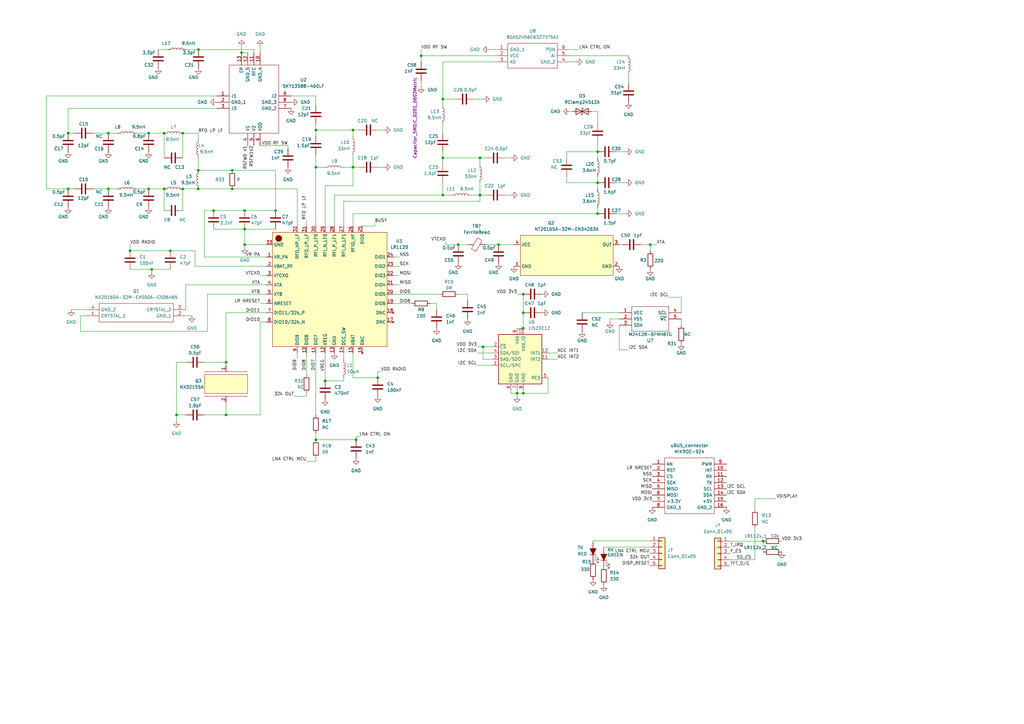
<source format=kicad_sch>
(kicad_sch (version 20211123) (generator eeschema)
  (paper "A3")
  (junction (at 214.63 128.27))
  (junction (at 74.93 54.61))
  (junction (at 100.33 100.33))
  (junction (at 212.09 161.29))
  (junction (at 154.94 154.94))
  (junction (at 245.11 87.63))
  (junction (at 100.33 93.98))
  (junction (at 44.45 77.47))
  (junction (at 181.61 40.64))
  (junction (at 196.85 80.01))
  (junction (at 245.11 74.93))
  (junction (at 198.12 142.24))
  (junction (at 27.94 54.61))
  (junction (at 53.34 102.87))
  (junction (at 81.4133 20.32))
  (junction (at 60.96 54.61))
  (junction (at 99.06 21.59))
  (junction (at 60.96 77.47))
  (junction (at 245.11 62.23))
  (junction (at 214.63 120.65))
  (junction (at 67.31 54.61))
  (junction (at 27.94 77.47))
  (junction (at 81.28 77.47))
  (junction (at 172.72 22.86))
  (junction (at 214.63 161.29))
  (junction (at 181.61 64.77))
  (junction (at 100.33 86.36))
  (junction (at 72.39 170.18))
  (junction (at 95.25 69.85))
  (junction (at 214.63 134.62))
  (junction (at 113.03 86.36))
  (junction (at 187.96 100.33))
  (junction (at 144.78 68.58))
  (junction (at 204.47 100.33))
  (junction (at 69.85 102.87))
  (junction (at 129.54 53.34))
  (junction (at 312.9788 221.9452))
  (junction (at 129.54 68.58))
  (junction (at 44.45 54.61))
  (junction (at 129.54 180.34))
  (junction (at 74.93 77.47))
  (junction (at 92.71 148.59))
  (junction (at 81.28 69.85))
  (junction (at 92.71 170.18))
  (junction (at 196.85 64.77))
  (junction (at 144.78 53.34))
  (junction (at 266.7 100.33))
  (junction (at 133.35 156.21))
  (junction (at 67.31 77.47))
  (junction (at 62.23 110.49))
  (junction (at 146.05 180.34))
  (junction (at 313.0253 221.9452))
  (junction (at 181.61 80.01))
  (junction (at 87.63 86.36))
  (junction (at 95.25 77.47))
  (wire (pts (xy 187.96 100.33) (xy 191.77 100.33)))
  (wire (pts (xy 313.0253 226.4156) (xy 313.0253 221.9452)))
  (wire (pts (xy 129.54 144.78) (xy 129.54 170.18)))
  (wire (pts (xy 254 130.81) (xy 250.19 130.81)))
  (wire (pts (xy 33.02 129.54) (xy 35.56 129.54)))
  (wire (pts (xy 92.71 170.18) (xy 92.71 165.1)))
  (wire (pts (xy 100.33 93.98) (xy 113.03 93.98)))
  (wire (pts (xy 172.72 33.02) (xy 172.72 35.56)))
  (wire (pts (xy 76.2 129.54) (xy 78.74 129.54)))
  (wire (pts (xy 106.68 113.03) (xy 109.22 113.03)))
  (wire (pts (xy 76.2 170.18) (xy 72.39 170.18)))
  (wire (pts (xy 76.2 148.59) (xy 72.39 148.59)))
  (wire (pts (xy 212.09 134.62) (xy 214.63 134.62)))
  (wire (pts (xy 60.96 54.61) (xy 67.31 54.61)))
  (wire (pts (xy 266.7 100.33) (xy 269.24 100.33)))
  (wire (pts (xy 129.54 53.34) (xy 129.54 55.88)))
  (wire (pts (xy 279.4 121.92) (xy 274.32 121.92)))
  (wire (pts (xy 232.41 62.23) (xy 245.11 62.23)))
  (wire (pts (xy 262.89 100.33) (xy 266.7 100.33)))
  (wire (pts (xy 53.34 100.33) (xy 53.34 102.87)))
  (wire (pts (xy 85.09 135.89) (xy 33.02 135.89)))
  (wire (pts (xy 266.7508 110.4392) (xy 266.7 110.49)))
  (wire (pts (xy 309.626 204.5716) (xy 318.3636 204.5716)))
  (wire (pts (xy 233.68 22.86) (xy 257.81 22.86)))
  (wire (pts (xy 212.09 120.65) (xy 214.63 120.65)))
  (wire (pts (xy 245.11 45.72) (xy 245.11 50.8)))
  (wire (pts (xy 313.0253 221.9452) (xy 313.0582 221.9452)))
  (wire (pts (xy 196.85 64.77) (xy 199.39 64.77)))
  (wire (pts (xy 214.63 160.02) (xy 214.63 161.29)))
  (wire (pts (xy 254 143.51) (xy 257.81 143.51)))
  (wire (pts (xy 81.4133 20.32) (xy 104.14 20.32)))
  (wire (pts (xy 72.39 148.59) (xy 72.39 170.18)))
  (wire (pts (xy 172.72 20.32) (xy 172.72 22.86)))
  (wire (pts (xy 224.79 144.78) (xy 228.6 144.78)))
  (wire (pts (xy 245.11 58.42) (xy 245.11 62.23)))
  (wire (pts (xy 252.73 87.63) (xy 256.54 87.63)))
  (wire (pts (xy 181.61 62.23) (xy 181.61 64.77)))
  (wire (pts (xy 309.626 208.8896) (xy 309.626 204.5716)))
  (wire (pts (xy 232.41 64.77) (xy 232.41 62.23)))
  (wire (pts (xy 140.97 92.71) (xy 140.97 82.55)))
  (wire (pts (xy 133.35 92.71) (xy 133.35 76.2)))
  (wire (pts (xy 172.72 22.86) (xy 203.2 22.86)))
  (wire (pts (xy 140.97 68.58) (xy 144.78 68.58)))
  (wire (pts (xy 99.06 19.05) (xy 99.06 21.59)))
  (wire (pts (xy 67.31 86.36) (xy 67.31 77.47)))
  (wire (pts (xy 27.94 54.61) (xy 30.48 54.61)))
  (wire (pts (xy 198.12 142.24) (xy 201.93 142.24)))
  (wire (pts (xy 195.58 149.86) (xy 201.93 149.86)))
  (wire (pts (xy 104.14 21.59) (xy 104.14 20.32)))
  (wire (pts (xy 144.78 55.88) (xy 144.78 53.34)))
  (wire (pts (xy 92.71 149.86) (xy 92.71 148.59)))
  (wire (pts (xy 254 133.35) (xy 254 143.51)))
  (wire (pts (xy 67.31 64.77) (xy 67.31 54.61)))
  (wire (pts (xy 113.03 69.85) (xy 113.03 86.36)))
  (wire (pts (xy 233.68 20.32) (xy 237.49 20.32)))
  (wire (pts (xy 233.68 25.4) (xy 236.22 25.4)))
  (wire (pts (xy 125.73 90.17) (xy 125.73 92.71)))
  (wire (pts (xy 81.28 69.85) (xy 95.25 69.85)))
  (wire (pts (xy 19.05 39.37) (xy 19.05 77.47)))
  (wire (pts (xy 80.01 102.87) (xy 69.85 102.87)))
  (wire (pts (xy 106.68 132.08) (xy 109.22 132.08)))
  (wire (pts (xy 140.97 144.78) (xy 140.97 147.32)))
  (wire (pts (xy 209.55 80.01) (xy 207.01 80.01)))
  (wire (pts (xy 196.85 64.77) (xy 181.61 64.77)))
  (wire (pts (xy 106.68 170.18) (xy 92.71 170.18)))
  (wire (pts (xy 53.34 102.87) (xy 69.85 102.87)))
  (wire (pts (xy 245.11 74.93) (xy 245.11 77.47)))
  (wire (pts (xy 72.39 170.18) (xy 72.39 172.72)))
  (wire (pts (xy 252.73 62.23) (xy 256.54 62.23)))
  (wire (pts (xy 182.88 100.33) (xy 187.96 100.33)))
  (wire (pts (xy 87.63 86.36) (xy 100.33 86.36)))
  (wire (pts (xy 196.85 80.01) (xy 199.39 80.01)))
  (wire (pts (xy 125.73 189.23) (xy 129.54 189.23)))
  (wire (pts (xy 137.16 92.71) (xy 137.16 80.01)))
  (wire (pts (xy 181.61 50.8) (xy 181.61 54.61)))
  (wire (pts (xy 83.82 148.59) (xy 92.71 148.59)))
  (wire (pts (xy 172.72 25.4) (xy 172.72 22.86)))
  (wire (pts (xy 187.96 120.65) (xy 191.77 120.65)))
  (wire (pts (xy 181.61 40.64) (xy 186.69 40.64)))
  (wire (pts (xy 106.68 19.05) (xy 106.68 21.59)))
  (wire (pts (xy 157.48 68.58) (xy 154.94 68.58)))
  (wire (pts (xy 181.61 25.4) (xy 181.61 40.64)))
  (wire (pts (xy 181.61 64.77) (xy 181.61 67.31)))
  (wire (pts (xy 118.11 59.69) (xy 118.11 60.96)))
  (wire (pts (xy 144.78 63.5) (xy 144.78 68.58)))
  (wire (pts (xy 44.45 54.61) (xy 48.26 54.61)))
  (wire (pts (xy 224.79 161.29) (xy 214.63 161.29)))
  (wire (pts (xy 312.9788 221.9452) (xy 313.0253 221.9452)))
  (wire (pts (xy 245.11 85.09) (xy 245.11 87.63)))
  (wire (pts (xy 83.82 86.36) (xy 83.82 105.41)))
  (wire (pts (xy 95.25 69.85) (xy 113.03 69.85)))
  (wire (pts (xy 309.626 229.5652) (xy 299.466 229.5652)))
  (wire (pts (xy 33.02 135.89) (xy 33.02 129.54)))
  (wire (pts (xy 161.29 105.41) (xy 163.83 105.41)))
  (wire (pts (xy 245.11 72.39) (xy 245.11 74.93)))
  (wire (pts (xy 144.78 87.63) (xy 245.11 87.63)))
  (wire (pts (xy 144.78 53.34) (xy 147.32 53.34)))
  (wire (pts (xy 144.78 154.94) (xy 154.94 154.94)))
  (wire (pts (xy 76.2 116.84) (xy 76.2 127)))
  (wire (pts (xy 144.78 76.2) (xy 144.78 68.58)))
  (wire (pts (xy 88.9 44.45) (xy 27.94 44.45)))
  (wire (pts (xy 257.81 30.48) (xy 257.81 34.29)))
  (wire (pts (xy 196.85 74.93) (xy 196.85 80.01)))
  (wire (pts (xy 64.9033 20.32) (xy 68.7133 20.32)))
  (wire (pts (xy 199.39 100.33) (xy 204.47 100.33)))
  (wire (pts (xy 144.78 144.78) (xy 144.78 154.94)))
  (wire (pts (xy 181.61 80.01) (xy 185.42 80.01)))
  (wire (pts (xy 161.29 124.46) (xy 168.91 124.46)))
  (wire (pts (xy 161.29 109.22) (xy 163.83 109.22)))
  (wire (pts (xy 194.31 40.64) (xy 198.12 40.64)))
  (wire (pts (xy 137.16 80.01) (xy 181.61 80.01)))
  (wire (pts (xy 266.3952 224.3836) (xy 247.65 224.3836)))
  (wire (pts (xy 120.65 162.56) (xy 125.73 162.56)))
  (wire (pts (xy 209.55 160.02) (xy 209.55 161.29)))
  (wire (pts (xy 224.79 154.94) (xy 224.79 161.29)))
  (wire (pts (xy 133.35 76.2) (xy 144.78 76.2)))
  (wire (pts (xy 92.71 128.27) (xy 109.22 128.27)))
  (wire (pts (xy 299.466 221.9452) (xy 312.9788 221.9452)))
  (wire (pts (xy 161.29 120.65) (xy 180.34 120.65)))
  (wire (pts (xy 121.92 144.78) (xy 121.92 147.32)))
  (wire (pts (xy 80.01 109.22) (xy 109.22 109.22)))
  (wire (pts (xy 81.28 77.47) (xy 95.25 77.47)))
  (wire (pts (xy 204.47 100.33) (xy 210.82 100.33)))
  (wire (pts (xy 80.01 109.22) (xy 80.01 102.87)))
  (wire (pts (xy 129.54 68.58) (xy 129.54 63.5)))
  (wire (pts (xy 133.35 144.78) (xy 133.35 156.21)))
  (wire (pts (xy 146.05 179.07) (xy 146.05 180.34)))
  (wire (pts (xy 144.78 92.71) (xy 144.78 87.63)))
  (wire (pts (xy 38.1 77.47) (xy 44.45 77.47)))
  (wire (pts (xy 85.09 120.65) (xy 109.22 120.65)))
  (wire (pts (xy 234.95 45.72) (xy 233.68 45.72)))
  (wire (pts (xy 100.33 93.98) (xy 100.33 100.33)))
  (wire (pts (xy 250.19 130.81) (xy 250.19 132.08)))
  (wire (pts (xy 55.88 77.47) (xy 60.96 77.47)))
  (wire (pts (xy 224.79 147.32) (xy 228.6 147.32)))
  (wire (pts (xy 129.54 187.96) (xy 129.54 189.23)))
  (wire (pts (xy 125.73 144.78) (xy 125.73 153.67)))
  (wire (pts (xy 195.58 144.78) (xy 201.93 144.78)))
  (wire (pts (xy 83.82 86.36) (xy 87.63 86.36)))
  (wire (pts (xy 196.85 67.31) (xy 196.85 64.77)))
  (wire (pts (xy 99.06 21.59) (xy 101.6 21.59)))
  (wire (pts (xy 29.21 127) (xy 35.56 127)))
  (wire (pts (xy 140.97 156.21) (xy 133.35 156.21)))
  (wire (pts (xy 238.76 128.27) (xy 254 128.27)))
  (wire (pts (xy 266.7 100.33) (xy 266.7508 102.8192)))
  (wire (pts (xy 201.93 147.32) (xy 198.12 147.32)))
  (wire (pts (xy 154.94 152.4) (xy 154.94 154.94)))
  (wire (pts (xy 242.57 45.72) (xy 245.11 45.72)))
  (wire (pts (xy 106.68 59.69) (xy 118.11 59.69)))
  (wire (pts (xy 129.54 68.58) (xy 129.54 92.71)))
  (wire (pts (xy 209.55 161.29) (xy 212.09 161.29)))
  (wire (pts (xy 245.11 62.23) (xy 245.11 64.77)))
  (wire (pts (xy 27.94 44.45) (xy 27.94 54.61)))
  (wire (pts (xy 19.05 77.47) (xy 27.94 77.47)))
  (wire (pts (xy 147.32 179.07) (xy 146.05 179.07)))
  (wire (pts (xy 156.21 152.4) (xy 154.94 152.4)))
  (wire (pts (xy 279.4 133.35) (xy 279.4 130.81)))
  (wire (pts (xy 247.65 224.3836) (xy 247.65 224.7392)))
  (wire (pts (xy 129.54 180.34) (xy 146.05 180.34)))
  (wire (pts (xy 157.48 53.34) (xy 154.94 53.34)))
  (wire (pts (xy 129.54 39.37) (xy 119.38 39.37)))
  (wire (pts (xy 53.34 110.49) (xy 62.23 110.49)))
  (wire (pts (xy 252.73 74.93) (xy 256.54 74.93)))
  (wire (pts (xy 214.63 161.29) (xy 212.09 161.29)))
  (wire (pts (xy 179.07 127) (xy 179.07 124.46)))
  (wire (pts (xy 140.97 82.55) (xy 196.85 82.55)))
  (wire (pts (xy 129.54 43.18) (xy 129.54 39.37)))
  (wire (pts (xy 60.96 77.47) (xy 67.31 77.47)))
  (wire (pts (xy 279.4 128.27) (xy 279.4 121.92)))
  (wire (pts (xy 191.77 123.19) (xy 191.77 120.65)))
  (wire (pts (xy 106.68 124.46) (xy 109.22 124.46)))
  (wire (pts (xy 74.93 54.61) (xy 81.28 54.61)))
  (wire (pts (xy 74.93 64.77) (xy 74.93 54.61)))
  (wire (pts (xy 181.61 43.18) (xy 181.61 40.64)))
  (wire (pts (xy 69.85 110.49) (xy 62.23 110.49)))
  (wire (pts (xy 121.92 92.71) (xy 121.92 77.47)))
  (wire (pts (xy 87.63 93.98) (xy 100.33 93.98)))
  (wire (pts (xy 179.07 124.46) (xy 176.53 124.46)))
  (wire (pts (xy 27.94 77.47) (xy 30.48 77.47)))
  (wire (pts (xy 74.93 86.36) (xy 74.93 77.47)))
  (wire (pts (xy 198.12 147.32) (xy 198.12 142.24)))
  (wire (pts (xy 161.29 113.03) (xy 163.83 113.03)))
  (wire (pts (xy 129.54 50.8) (xy 129.54 53.34)))
  (wire (pts (xy 266.3952 221.8436) (xy 243.2304 221.8436)))
  (wire (pts (xy 209.55 64.77) (xy 207.01 64.77)))
  (wire (pts (xy 129.54 177.8) (xy 129.54 180.34)))
  (wire (pts (xy 88.9 39.37) (xy 19.05 39.37)))
  (wire (pts (xy 182.88 99.06) (xy 182.88 100.33)))
  (wire (pts (xy 129.54 68.58) (xy 133.35 68.58)))
  (wire (pts (xy 62.23 110.49) (xy 62.23 111.76)))
  (wire (pts (xy 309.626 216.5096) (xy 309.626 229.5652)))
  (wire (pts (xy 161.29 116.84) (xy 163.83 116.84)))
  (wire (pts (xy 83.82 105.41) (xy 109.22 105.41)))
  (wire (pts (xy 44.45 77.47) (xy 48.26 77.47)))
  (wire (pts (xy 196.85 82.55) (xy 196.85 80.01)))
  (wire (pts (xy 181.61 80.01) (xy 181.61 74.93)))
  (wire (pts (xy 153.67 92.71) (xy 153.67 91.44)))
  (wire (pts (xy 203.2 25.4) (xy 181.61 25.4)))
  (wire (pts (xy 74.93 77.47) (xy 81.28 77.47)))
  (wire (pts (xy 125.73 162.56) (xy 125.73 161.29)))
  (wire (pts (xy 232.41 72.39) (xy 232.41 74.93)))
  (wire (pts (xy 214.63 128.27) (xy 214.63 134.62)))
  (wire (pts (xy 106.68 132.08) (xy 106.68 170.18)))
  (wire (pts (xy 83.82 170.18) (xy 92.71 170.18)))
  (wire (pts (xy 92.71 148.59) (xy 92.71 128.27)))
  (wire (pts (xy 214.63 120.65) (xy 214.63 128.27)))
  (wire (pts (xy 55.88 54.61) (xy 60.96 54.61)))
  (wire (pts (xy 76.3333 20.32) (xy 81.4133 20.32)))
  (wire (pts (xy 212.09 161.29) (xy 212.09 160.02)))
  (wire (pts (xy 243.2304 221.8436) (xy 243.2304 222.4532)))
  (wire (pts (xy 121.92 77.47) (xy 95.25 77.47)))
  (wire (pts (xy 144.78 68.58) (xy 147.32 68.58)))
  (wire (pts (xy 254 100.33) (xy 255.27 100.33)))
  (wire (pts (xy 38.1 54.61) (xy 44.45 54.61)))
  (wire (pts (xy 81.28 57.15) (xy 81.28 54.61)))
  (wire (pts (xy 193.04 80.01) (xy 196.85 80.01)))
  (wire (pts (xy 148.59 92.71) (xy 153.67 92.71)))
  (wire (pts (xy 195.58 142.24) (xy 198.12 142.24)))
  (wire (pts (xy 212.09 162.56) (xy 212.09 161.29)))
  (wire (pts (xy 100.33 100.33) (xy 109.22 100.33)))
  (wire (pts (xy 76.2 116.84) (xy 109.22 116.84)))
  (wire (pts (xy 200.66 20.32) (xy 203.2 20.32)))
  (wire (pts (xy 100.33 86.36) (xy 113.03 86.36)))
  (wire (pts (xy 81.28 69.85) (xy 81.28 64.77)))
  (wire (pts (xy 100.33 100.33) (xy 100.33 101.6)))
  (wire (pts (xy 232.41 74.93) (xy 245.11 74.93)))
  (wire (pts (xy 144.78 53.34) (xy 129.54 53.34)))
  (wire (pts (xy 85.09 135.89) (xy 85.09 120.65)))
  (wire (pts (xy 140.97 154.94) (xy 140.97 156.21)))
  (label "NSS" (at 163.83 105.41 0))
  (label "VDD 3V3" (at 267.5128 205.5876 180))
  (label "TFT_D{slash}C" (at 299.466 232.1052 0))
  (label "ACC INT1" (at 228.6 144.78 0))
  (label "SCK" (at 163.83 109.22 0))
  (label "DIO6" (at 163.83 124.46 0))
  (label "VDD 3V3" (at 212.09 120.65 180))
  (label "VTCXO" (at 106.68 113.03 180))
  (label "VDD RADIO" (at 156.21 152.4 0))
  (label "I2C SCL" (at 195.58 149.86 180))
  (label "LR NRESET" (at 106.68 124.46 180))
  (label "DIO7" (at 129.54 147.32 270))
  (label "RFO LP LF" (at 81.28 54.61 0))
  (label "LNA CTRL MCU" (at 125.73 189.23 180))
  (label "VDD 3V3" (at 320.5988 221.9452 0))
  (label "MOSI" (at 267.5128 203.0476 180))
  (label "VDD RF SW" (at 172.72 20.32 0))
  (label "I2C SDA" (at 195.58 144.78 180))
  (label "32k OUT" (at 266.3952 229.4636 180))
  (label "LNA CTRL MCU" (at 266.3952 226.9236 180))
  (label "I2C SDA" (at 257.81 143.51 0))
  (label "XTB" (at 106.68 120.65 180))
  (label "VDD RF SW" (at 118.11 59.69 180))
  (label "VDD RADIO" (at 53.34 100.33 0))
  (label "SD_CS" (at 302.0767 229.5652 0))
  (label "RSFW0 V1" (at 101.6 59.69 270))
  (label "VDD 3V3" (at 195.58 142.24 180))
  (label "LR NRESET" (at 267.5128 192.8876 180))
  (label "BUSY" (at 153.67 91.44 0))
  (label "VTCXO" (at 182.88 99.06 180))
  (label "LNA CTRL ON" (at 237.49 20.32 0))
  (label "XTA" (at 269.24 100.33 0))
  (label "I2C SDA" (at 297.9928 203.0476 0))
  (label "VREG" (at 133.35 147.32 270))
  (label "LNA CTRL ON" (at 147.32 179.07 0))
  (label "I2C SCL" (at 274.32 121.92 180))
  (label "F_CS" (at 299.466 227.0252 0))
  (label "XTA" (at 106.68 116.84 180))
  (label "RSFW1V2" (at 104.14 59.69 270))
  (label "RFO LP LF" (at 125.73 90.17 90))
  (label "DIO10" (at 106.68 132.08 180))
  (label "DIO9" (at 121.92 147.32 270))
  (label "I2C SCL" (at 297.9928 200.5076 0))
  (label "VDISPLAY" (at 318.3636 204.5716 0))
  (label "SCK" (at 267.5128 197.9676 180))
  (label "DIO8" (at 125.73 147.32 270))
  (label "MOSI" (at 163.83 113.03 0))
  (label "VR PA" (at 106.68 105.41 180))
  (label "MISO" (at 163.83 116.84 0))
  (label "NSS" (at 267.5128 195.4276 180))
  (label "DISP_RESET" (at 266.3952 232.0036 180))
  (label "ACC INT2" (at 228.6 147.32 0))
  (label "DIO11" (at 106.68 128.27 180))
  (label "MISO" (at 267.5128 200.5076 180))
  (label "DIO5" (at 163.83 120.65 0))
  (label "32k OUT" (at 120.65 162.56 180))
  (label "T_IRQ" (at 299.466 224.4852 0))
  (symbol (lib_id "Device:L") (at 144.78 59.69 0) (unit 1)
    (property "Reference" "L10" (at 139.7 58.42 0) (effects (justify left)))
    (property "Value" "33nH" (at 138.43 60.96 0) (effects (justify left)))
    (property "Footprint" "Inductor_SMD:L_01005_0402Metric" (effects hide))
  )
  (symbol (lib_id "power:GND") (at 297.9928 208.1276 0) (unit 1)
    (property "Reference" "#PWR?" (effects hide))
    (property "Value" "GND" (at 297.9928 213.2076 0))
  )
  (symbol (lib_id "Device:C") (at 81.4133 24.13 0) (unit 1)
    (property "Reference" "C31" (at 77.6033 26.67 0))
    (property "Value" "3.3pF" (at 77.6033 21.59 0))
    (property "Footprint" "Capacitor_SMD:C_01005_0402Metric" (effects hide))
  )
  (symbol (lib_id "Device:C") (at 259.08 100.33 270) (unit 1)
    (property "Reference" "C50" (at 256.54 96.52 90))
    (property "Value" "1pF" (at 261.62 96.52 90))
    (property "Footprint" "Capacitor_SMD:C_01005_0402Metric" (effects hide))
  )
  (symbol (lib_id "Device:C") (at 172.72 29.21 180) (unit 1)
    (property "Reference" "C58" (at 168.91 26.67 0))
    (property "Value" "1nF" (at 167.64 29.21 0))
    (property "Footprint" "Capacitor_SMD:C_0201_0603Metric" (at 170.18 48.26 90))
  )
  (symbol (lib_id "power:GND") (at 44.45 62.23 0) (unit 1)
    (property "Reference" "#PWR?" (effects hide))
    (property "Value" "GND" (at 44.4501 66.04 0) (effects (justify right)))
  )
  (symbol (lib_id "Device:FerriteBead") (at 195.58 100.33 90) (unit 1)
    (property "Reference" "FB?" (at 195.5292 92.71 90))
    (property "Value" "FerriteBead" (at 195.5292 95.25 90))
  )
  (symbol (lib_id "Device:L") (at 140.97 151.13 0) (unit 1)
    (property "Reference" "L1" (at 142.24 149.8599 0) (effects (justify left)))
    (property "Value" "10uH" (at 142.24 152.3999 0) (effects (justify left)))
    (property "Footprint" "Inductor_SMD:L_0603_1608Metric" (effects hide))
  )
  (symbol (lib_id "power:GND") (at 204.47 107.95 0) (unit 1)
    (property "Reference" "#PWR?" (effects hide))
    (property "Value" "GND" (at 204.4701 111.76 0) (effects (justify right)))
  )
  (symbol (lib_id "Device:R") (at 243.2304 233.8832 0) (unit 1)
    (property "Reference" "R15" (at 238.7092 230.4288 0) (effects (justify left)))
    (property "Value" "330" (at 238.0996 233.5276 0) (effects (justify left)))
  )
  (symbol (lib_id "Device:C") (at 27.94 81.28 0) (unit 1)
    (property "Reference" "C12" (at 24.13 83.82 0))
    (property "Value" "0.5pF" (at 24.13 78.74 0))
    (property "Footprint" "Capacitor_SMD:C_01005_0402Metric" (effects hide))
  )
  (symbol (lib_id "Device:C") (at 118.11 64.77 180) (unit 1)
    (property "Reference" "C39" (at 114.3 62.23 0))
    (property "Value" "1nF" (at 113.03 64.77 0))
    (property "Footprint" "Capacitor_SMD:C_0201_0603Metric" (effects hide))
  )
  (symbol (lib_id "Device:C") (at 69.85 106.68 0) (unit 1)
    (property "Reference" "C2" (at 73.66 105.4099 0) (effects (justify left)))
    (property "Value" "47pF" (at 73.66 107.9499 0) (effects (justify left)))
    (property "Footprint" "Capacitor_SMD:C_0201_0603Metric" (effects hide))
  )
  (symbol (lib_id "Device:R") (at 172.72 124.46 90) (unit 1)
    (property "Reference" "R9" (at 172.72 127 90))
    (property "Value" "100" (at 172.72 129.54 90))
    (property "Footprint" "Resistor_SMD:R_0201_0603Metric" (effects hide))
  )
  (symbol (lib_id "power:GND") (at 200.66 20.32 270) (unit 1)
    (property "Reference" "#PWR?" (effects hide))
    (property "Value" "GND" (at 196.85 20.3199 90) (effects (justify right)))
  )
  (symbol (lib_id "Device:C") (at 248.92 87.63 90) (unit 1)
    (property "Reference" "C27" (at 252.73 86.36 90))
    (property "Value" "1.3pF" (at 250.19 91.44 90))
    (property "Footprint" "Capacitor_SMD:C_01005_0402Metric" (effects hide))
  )
  (symbol (lib_id "power:GND") (at 222.25 128.27 90) (unit 1)
    (property "Reference" "#PWR?" (effects hide))
    (property "Value" "GND" (at 226.06 128.2699 90) (effects (justify right)))
  )
  (symbol (lib_id "Device:C") (at 71.12 86.36 270) (unit 1)
    (property "Reference" "C8" (at 68.58 90.17 90))
    (property "Value" "NC" (at 74.93 90.17 90))
    (property "Footprint" "Capacitor_SMD:C_01005_0402Metric" (effects hide))
  )
  (symbol (lib_id "power:GND") (at 157.48 53.34 90) (unit 1)
    (property "Reference" "#PWR?" (effects hide))
    (property "Value" "GND" (at 161.29 53.3399 90) (effects (justify right)))
  )
  (symbol (lib_id "SKY13588-460LF:SKY13588-460LF") (at 88.9 39.37 0) (unit 1)
    (property "Reference" "U2" (at 124.46 32.7912 0))
    (property "Value" "SKY13588-460LF" (at 124.46 35.3312 0))
    (property "Footprint" "SKY13588:QFN50P200X200X65-13N-D" (effects hide))
    (property "Datasheet" "https://www.skyworksinc.com/-/media/SkyWorks/Documents/Products/2201-2300/SKY13588_460LF_203512D.pdf" (effects hide))
    (property "Description" "RF Switch ICs .1-6GHz SP3T IL .45dB -40C +105C" (effects hide))
    (property "Height" "0.65" (effects hide))
    (property "Mouser Part Number" "873-SKY13588-460LF" (effects hide))
    (property "Mouser Price/Stock" "https://www.mouser.co.uk/ProductDetail/Skyworks-Solutions-Inc/SKY13588-460LF?qs=Xy3FNZO%2FEu8q7ADFn9Z8ag%3D%3D" (effects hide))
    (property "Manufacturer_Name" "Skyworks" (effects hide))
    (property "Manufacturer_Part_Number" "SKY13588-460LF" (effects hide))
  )
  (symbol (lib_id "BGA524N6E6327XTSA1:BGA524N6E6327XTSA1") (at 203.2 20.32 0) (unit 1)
    (property "Reference" "U8" (at 218.44 12.7 0))
    (property "Value" "BGA524N6E6327XTSA1" (at 218.44 15.24 0))
    (property "Footprint" "BGA524N6:BGS12SN6E6327XTSA1" (effects hide))
    (property "Datasheet" "https://www.infineon.com/dgdl/Infineon-BGA524N6-DS-v03_00-en.pdf?fileId=db3a304344e406b50144e44dfad302b9" (effects hide))
    (property "Description" "INFINEON - BGA524N6E6327XTSA1 - LNA, 19.6DB, 1.55GHZ-1.615GHZ, TSNP-6" (effects hide))
    (property "Mouser Part Number" "726-A524N6E6327XTSA1" (effects hide))
    (property "Mouser Price/Stock" "https://www.mouser.co.uk/ProductDetail/Infineon-Technologies/BGA524N6E6327XTSA1?qs=dZoB6MK9LKODRML%252BhnhJcg%3D%3D" (effects hide))
    (property "Manufacturer_Name" "Infineon" (effects hide))
    (property "Manufacturer_Part_Number" "BGA524N6E6327XTSA1" (effects hide))
  )
  (symbol (lib_id "Device:C") (at 232.41 68.58 180) (unit 1)
    (property "Reference" "C53" (at 228.6 66.04 0))
    (property "Value" "NC" (at 227.33 68.58 0))
    (property "Footprint" "Capacitor_SMD:C_01005_0402Metric" (effects hide))
  )
  (symbol (lib_id "power:GND") (at 256.54 74.93 90) (unit 1)
    (property "Reference" "#PWR?" (effects hide))
    (property "Value" "GND" (at 260.35 74.9299 90) (effects (justify right)))
  )
  (symbol (lib_id "power:GND") (at 209.55 80.01 90) (unit 1)
    (property "Reference" "#PWR?" (effects hide))
    (property "Value" "GND" (at 213.36 80.0099 90) (effects (justify right)))
  )
  (symbol (lib_id "power:GND") (at 137.16 144.78 0) (unit 1)
    (property "Reference" "#PWR?" (effects hide))
    (property "Value" "GND" (at 137.16 149.86 0))
  )
  (symbol (lib_id "power:GND") (at 154.94 162.56 0) (unit 1)
    (property "Reference" "#PWR?" (effects hide))
    (property "Value" "GND" (at 154.94 167.64 0))
  )
  (symbol (lib_id "power:GND") (at 256.54 62.23 90) (unit 1)
    (property "Reference" "#PWR?" (effects hide))
    (property "Value" "GND" (at 260.35 62.2299 90) (effects (justify right)))
  )
  (symbol (lib_id "Device:LED_ALT") (at 247.65 228.5492 90) (unit 1)
    (property "Reference" "RX" (at 249.0724 225.552 90) (effects (justify right)))
    (property "Value" "GREEN" (at 249.174 227.584 90) (effects (justify right)))
  )
  (symbol (lib_id "Device:C") (at 179.07 130.81 0) (unit 1)
    (property "Reference" "C46" (at 182.88 129.5399 0) (effects (justify left)))
    (property "Value" "1nF" (at 182.88 132.0799 0) (effects (justify left)))
    (property "Footprint" "Capacitor_SMD:C_0201_0603Metric" (effects hide))
  )
  (symbol (lib_id "power:GND") (at 81.4133 27.94 0) (unit 1)
    (property "Reference" "#PWR?" (effects hide))
    (property "Value" "GND" (at 81.4134 31.75 0) (effects (justify right)))
  )
  (symbol (lib_id "Device:C") (at 181.61 58.42 180) (unit 1)
    (property "Reference" "C25" (at 177.8 55.88 0))
    (property "Value" "12pF" (at 176.53 58.42 0))
    (property "Footprint" "Capacitor_SMD:C_01005_0402Metric" (effects hide))
  )
  (symbol (lib_id "MIKROE-924:MIKROE-924") (at 267.5128 190.3476 0) (unit 1)
    (property "Reference" "uBUS_connector" (at 282.7528 182.7276 0))
    (property "Value" "MIKROE-924" (at 282.7528 185.2676 0))
    (property "Footprint" "KiCad:MIKROE924" (effects hide))
    (property "Datasheet" "https://www.mikroe.com/microsd-click" (effects hide))
    (property "Description" "microSD click mikroBUS" (effects hide))
    (property "Height" "5" (effects hide))
    (property "Manufacturer_Name" "MIKROELEKTRONIKA" (effects hide))
    (property "Manufacturer_Part_Number" "MIKROE-924" (effects hide))
    (property "Mouser Part Number" "932-MIKROE-924" (effects hide))
    (property "Mouser Price/Stock" "https://www.mouser.com/Search/Refine.aspx?Keyword=932-MIKROE-924" (effects hide))
  )
  (symbol (lib_id "Device:R") (at 129.54 173.99 0) (unit 1)
    (property "Reference" "R17" (at 132.08 172.7199 0) (effects (justify left)))
    (property "Value" "NC" (at 132.08 175.2599 0) (effects (justify left)))
    (property "Footprint" "Resistor_SMD:R_0201_0603Metric" (effects hide))
  )
  (symbol (lib_id "Device:C") (at 218.44 128.27 270) (unit 1)
    (property "Reference" "C47" (at 217.17 124.46 90))
    (property "Value" "1pF" (at 222.25 124.46 90))
    (property "Footprint" "Capacitor_SMD:C_01005_0402Metric" (effects hide))
  )
  (symbol (lib_id "Device:L") (at 81.28 73.66 180) (unit 1)
    (property "Reference" "L3" (at 78.74 72.39 0) (effects (justify left)))
    (property "Value" "9.5nH" (at 80.01 74.93 0) (effects (justify left)))
    (property "Footprint" "Inductor_SMD:L_01005_0402Metric" (effects hide))
  )
  (symbol (lib_id "Device:R") (at 266.7508 106.6292 180) (unit 1)
    (property "Reference" "R3" (at 263.8552 106.68 0))
    (property "Value" "220" (at 270.3068 106.934 0))
    (property "Footprint" "Resistor_SMD:R_0201_0603Metric" (effects hide))
  )
  (symbol (lib_id "Device:C") (at 257.81 38.1 180) (unit 1)
    (property "Reference" "C54" (at 254 35.56 0))
    (property "Value" "33pF" (at 252.73 38.1 0))
    (property "Footprint" "Capacitor_SMD:C_01005_0402Metric" (effects hide))
  )
  (symbol (lib_id "power:GND") (at 320.6453 226.4156 0) (unit 1)
    (property "Reference" "#PWR?" (effects hide))
    (property "Value" "GND" (at 320.6453 231.4956 0))
  )
  (symbol (lib_id "Device:LED_ALT") (at 243.2304 226.2632 90) (unit 1)
    (property "Reference" "TX" (at 236.8804 224.6376 90) (effects (justify right)))
    (property "Value" "RED" (at 236.8804 227.1776 90) (effects (justify right)))
  )
  (symbol (lib_id "power:GND") (at 78.74 129.54 0) (unit 1)
    (property "Reference" "#PWR?" (effects hide))
    (property "Value" "GND" (at 78.74 134.62 0))
  )
  (symbol (lib_id "Device:L") (at 72.5233 20.32 90) (unit 1)
    (property "Reference" "L17" (at 69.9833 17.78 90) (effects (justify left)))
    (property "Value" "9.5nH" (at 80.1433 17.78 90) (effects (justify left)))
    (property "Footprint" "Inductor_SMD:L_01005_0402Metric" (effects hide))
  )
  (symbol (lib_id "Device:C") (at 191.77 127 0) (unit 1)
    (property "Reference" "C45" (at 195.58 125.7299 0) (effects (justify left)))
    (property "Value" "1nF" (at 195.58 128.2699 0) (effects (justify left)))
    (property "Footprint" "Capacitor_SMD:C_0201_0603Metric" (effects hide))
  )
  (symbol (lib_id "Device:R") (at 95.25 73.66 180) (unit 1)
    (property "Reference" "R33" (at 90.17 73.66 0))
    (property "Value" "R" (at 97.79 73.66 0))
  )
  (symbol (lib_id "power:GND") (at 172.72 35.56 0) (unit 1)
    (property "Reference" "#PWR?" (effects hide))
    (property "Value" "GND" (at 175.26 36.8299 0) (effects (justify left)))
  )
  (symbol (lib_id "Device:R") (at 316.8353 226.4156 90) (unit 1)
    (property "Reference" "LR112x_2" (at 309.8292 224.536 90))
    (property "Value" "NC" (at 317.6524 224.6376 90))
  )
  (symbol (lib_id "power:GND") (at 279.4 140.97 0) (unit 1)
    (property "Reference" "#PWR?" (effects hide))
    (property "Value" "GND" (at 279.4 144.78 0))
  )
  (symbol (lib_id "power:GND") (at 256.54 87.63 90) (unit 1)
    (property "Reference" "#PWR?" (effects hide))
    (property "Value" "GND" (at 260.35 87.6299 90) (effects (justify right)))
  )
  (symbol (lib_id "Device:C") (at 27.94 58.42 0) (unit 1)
    (property "Reference" "C17" (at 24.13 60.96 0))
    (property "Value" "0.5pF" (at 24.13 55.88 0))
    (property "Footprint" "Capacitor_SMD:C_01005_0402Metric" (effects hide))
  )
  (symbol (lib_id "Device:C") (at 218.44 120.65 270) (unit 1)
    (property "Reference" "C48" (at 217.17 116.84 90))
    (property "Value" "1pF" (at 222.25 116.84 90))
    (property "Footprint" "Capacitor_SMD:C_01005_0402Metric" (effects hide))
  )
  (symbol (lib_id "Device:L") (at 196.85 71.12 0) (unit 1)
    (property "Reference" "L12" (at 191.77 69.85 0) (effects (justify left)))
    (property "Value" "33nH" (at 190.5 72.39 0) (effects (justify left)))
    (property "Footprint" "Inductor_SMD:L_01005_0402Metric" (effects hide))
  )
  (symbol (lib_id "Device:C") (at 80.01 148.59 90) (unit 1)
    (property "Reference" "C56" (at 80.01 142.24 90))
    (property "Value" "0.5pF" (at 80.01 144.78 90))
    (property "Footprint" "Capacitor_SMD:C_0201_0603Metric" (effects hide))
  )
  (symbol (lib_id "power:GND") (at 44.45 85.09 0) (unit 1)
    (property "Reference" "#PWR?" (effects hide))
    (property "Value" "GND" (at 44.4501 88.9 0) (effects (justify right)))
  )
  (symbol (lib_id "Device:C") (at 129.54 59.69 180) (unit 1)
    (property "Reference" "C19" (at 125.73 57.15 0))
    (property "Value" "1.5pF" (at 124.46 59.69 0))
    (property "Footprint" "Capacitor_SMD:C_01005_0402Metric" (effects hide))
  )
  (symbol (lib_id "Device:C") (at 151.13 68.58 270) (unit 1)
    (property "Reference" "C18" (at 148.59 64.77 90))
    (property "Value" "1pF" (at 153.67 64.77 90))
    (property "Footprint" "Capacitor_SMD:C_01005_0402Metric" (effects hide))
  )
  (symbol (lib_id "power:GND") (at 60.96 85.09 0) (unit 1)
    (property "Reference" "#PWR?" (effects hide))
    (property "Value" "GND" (at 60.9601 88.9 0) (effects (justify right)))
  )
  (symbol (lib_id "Device:C") (at 60.96 81.28 0) (unit 1)
    (property "Reference" "C9" (at 57.15 83.82 0))
    (property "Value" "0.5pF" (at 57.15 78.74 0))
    (property "Footprint" "Capacitor_SMD:C_01005_0402Metric" (effects hide))
  )
  (symbol (lib_id "Device:R") (at 184.15 120.65 90) (unit 1)
    (property "Reference" "R10" (at 184.15 115.57 90))
    (property "Value" "0R" (at 184.15 118.11 90))
    (property "Footprint" "Resistor_SMD:R_0603_1608Metric" (effects hide))
  )
  (symbol (lib_id "Device:C") (at 146.05 184.15 0) (unit 1)
    (property "Reference" "C43" (at 149.86 182.8799 0) (effects (justify left)))
    (property "Value" "1nF" (at 149.86 185.4199 0) (effects (justify left)))
    (property "Footprint" "Capacitor_SMD:C_0201_0603Metric" (effects hide))
  )
  (symbol (lib_id "power:GND") (at 27.94 62.23 0) (unit 1)
    (property "Reference" "#PWR?" (effects hide))
    (property "Value" "GND" (at 27.9401 66.04 0) (effects (justify right)))
  )
  (symbol (lib_id "Device:C") (at 44.45 58.42 0) (unit 1)
    (property "Reference" "C16" (at 40.64 60.96 0))
    (property "Value" "NC" (at 40.64 55.88 0))
    (property "Footprint" "Capacitor_SMD:C_01005_0402Metric" (effects hide))
  )
  (symbol (lib_id "power:GND") (at 187.96 107.95 0) (unit 1)
    (property "Reference" "#PWR?" (effects hide))
    (property "Value" "GND" (at 187.9601 111.76 0) (effects (justify right)))
  )
  (symbol (lib_id "power:GND") (at 119.38 44.45 0) (unit 1)
    (property "Reference" "#PWR?" (effects hide))
    (property "Value" "GND" (at 119.38 49.53 0))
  )
  (symbol (lib_id "power:GND") (at 212.09 162.56 0) (unit 1)
    (property "Reference" "#PWR?" (effects hide))
    (property "Value" "GND" (at 212.09 167.64 0))
  )
  (symbol (lib_id "power:GND") (at 238.76 135.89 0) (unit 1)
    (property "Reference" "#PWR?" (effects hide))
    (property "Value" "GND" (at 238.76 139.7 0))
  )
  (symbol (lib_id "power:GND") (at 146.05 187.96 0) (unit 1)
    (property "Reference" "#PWR?" (effects hide))
    (property "Value" "GND" (at 146.05 193.04 0))
  )
  (symbol (lib_id "Device:L") (at 181.61 46.99 0) (unit 1)
    (property "Reference" "L13" (at 176.53 45.72 0) (effects (justify left)))
    (property "Value" "9.5nH" (at 175.26 48.26 0) (effects (justify left)))
    (property "Footprint" "Inductor_SMD:L_01005_0402Metric" (effects hide))
  )
  (symbol (lib_id "Sensor_Motion:LIS2DE12") (at 212.09 147.32 0) (unit 1)
    (property "Reference" "U5" (at 216.6494 132.08 0) (effects (justify left)))
    (property "Value" "LIS2DE12" (at 216.6494 134.62 0) (effects (justify left)))
    (property "Footprint" "Package_LGA:LGA-12_2x2mm_P0.5mm" (effects hide))
    (property "Datasheet" "https://www.st.com/resource/en/datasheet/lis2DE12.pdf" (effects hide))
  )
  (symbol (lib_id "power:GND") (at 257.81 41.91 0) (unit 1)
    (property "Reference" "#PWR?" (effects hide))
    (property "Value" "GND" (at 257.81 46.99 0))
  )
  (symbol (lib_id "power:GND") (at 191.77 130.81 0) (unit 1)
    (property "Reference" "#PWR?" (effects hide))
    (property "Value" "GND" (at 191.77 135.89 0))
  )
  (symbol (lib_id "Device:C") (at 64.9033 24.13 0) (unit 1)
    (property "Reference" "C32" (at 61.0933 26.67 0))
    (property "Value" "3.3pF" (at 61.0933 21.59 0))
    (property "Footprint" "Capacitor_SMD:C_01005_0402Metric" (effects hide))
  )
  (symbol (lib_id "Device:C") (at 203.2 64.77 270) (unit 1)
    (property "Reference" "C24" (at 200.66 60.96 90))
    (property "Value" "0.5pF" (at 205.74 60.96 90))
    (property "Footprint" "Capacitor_SMD:C_01005_0402Metric" (effects hide))
  )
  (symbol (lib_id "Device:C") (at 129.54 46.99 180) (unit 1)
    (property "Reference" "C21" (at 125.73 44.45 0))
    (property "Value" "12pF" (at 124.46 46.99 0))
    (property "Footprint" "Capacitor_SMD:C_01005_0402Metric" (effects hide))
  )
  (symbol (lib_id "Device:C") (at 100.33 90.17 0) (unit 1)
    (property "Reference" "C6" (at 102.87 88.9 0) (effects (justify left)))
    (property "Value" "47pF" (at 102.87 91.44 0) (effects (justify left)))
    (property "Footprint" "Capacitor_SMD:C_0201_0603Metric" (effects hide))
  )
  (symbol (lib_id "Device:C") (at 87.63 90.17 0) (unit 1)
    (property "Reference" "C5" (at 90.17 88.9 0) (effects (justify left)))
    (property "Value" "2.2nF" (at 90.17 91.44 0) (effects (justify left)))
    (property "Footprint" "Capacitor_SMD:C_0201_0603Metric" (effects hide))
  )
  (symbol (lib_id "Device:C") (at 60.96 58.42 0) (unit 1)
    (property "Reference" "C14" (at 57.15 60.96 0))
    (property "Value" "6.8pF" (at 57.15 55.88 0))
    (property "Footprint" "Capacitor_SMD:C_01005_0402Metric" (effects hide))
  )
  (symbol (lib_id "power:GND") (at 99.06 19.05 180) (unit 1)
    (property "Reference" "#PWR?" (effects hide))
    (property "Value" "GND" (at 99.06 13.97 0))
  )
  (symbol (lib_id "power:GND") (at 198.12 40.64 90) (unit 1)
    (property "Reference" "#PWR?" (effects hide))
    (property "Value" "GND" (at 201.93 40.6399 90) (effects (justify right)))
  )
  (symbol (lib_id "Device:C") (at 248.92 74.93 90) (unit 1)
    (property "Reference" "C28" (at 252.73 73.66 90))
    (property "Value" "1.6pF" (at 250.19 78.74 90))
    (property "Footprint" "Capacitor_SMD:C_01005_0402Metric" (effects hide))
  )
  (symbol (lib_id "power:GND") (at 233.68 45.72 270) (unit 1)
    (property "Reference" "#PWR?" (effects hide))
    (property "Value" "GND" (at 229.87 45.7201 90) (effects (justify right)))
  )
  (symbol (lib_id "TCXO:NT2016SA-32M-END4263A") (at 231.14 104.14 0) (unit 1)
    (property "Reference" "Q2" (at 226.06 91.44 0))
    (property "Value" "NT2016SA-32M-END4263A" (at 232.41 93.98 0))
    (property "Footprint" "TXCO:NT2016SA-32M-END4263A" (effects hide))
  )
  (symbol (lib_id "Device:L") (at 52.07 54.61 90) (unit 1)
    (property "Reference" "L8" (at 49.53 52.07 90) (effects (justify left)))
    (property "Value" "9.5nH" (at 59.69 52.07 90) (effects (justify left)))
    (property "Footprint" "Inductor_SMD:L_01005_0402Metric" (effects hide))
  )
  (symbol (lib_id "Device:L") (at 71.12 77.47 90) (unit 1)
    (property "Reference" "L5" (at 72.39 74.93 90) (effects (justify left)))
    (property "Value" "9.5nH" (at 73.66 80.01 90) (effects (justify left)))
    (property "Footprint" "Inductor_SMD:L_01005_0402Metric" (effects hide))
  )
  (symbol (lib_id "power:GND") (at 179.07 134.62 0) (unit 1)
    (property "Reference" "#PWR?" (effects hide))
    (property "Value" "GND" (at 179.07 139.7 0))
  )
  (symbol (lib_id "TCXO:NX3215SA") (at 92.71 157.48 0) (unit 1)
    (property "Reference" "Q3" (at 80.01 156.21 0) (effects (justify left)))
    (property "Value" "NX3215SA" (at 73.66 158.75 0) (effects (justify left)))
    (property "Footprint" "TXCO:NX3215SA" (effects hide))
  )
  (symbol (lib_id "Device:D_TVS") (at 238.76 45.72 0) (unit 1)
    (property "Reference" "D3" (at 238.76 39.37 0))
    (property "Value" "RClamp2451ZA" (at 238.76 41.91 0))
    (property "Footprint" "Diode_SMD:D_0201_0603Metric" (effects hide))
  )
  (symbol (lib_id "Device:C") (at 204.47 104.14 0) (unit 1)
    (property "Reference" "C49" (at 200.66 106.68 0))
    (property "Value" "0.5pF" (at 200.66 101.6 0))
    (property "Footprint" "Capacitor_SMD:C_01005_0402Metric" (effects hide))
  )
  (symbol (lib_id "power:GND") (at 236.22 25.4 90) (unit 1)
    (property "Reference" "#PWR?" (effects hide))
    (property "Value" "GND" (at 240.03 25.3999 90) (effects (justify right)))
  )
  (symbol (lib_id "Device:R") (at 125.73 157.48 0) (unit 1)
    (property "Reference" "R32" (at 120.65 156.21 0) (effects (justify left)))
    (property "Value" "NC" (at 121.92 158.75 0) (effects (justify left)))
    (property "Footprint" "Resistor_SMD:R_0201_0603Metric" (effects hide))
  )
  (symbol (lib_id "Device:C") (at 245.11 54.61 180) (unit 1)
    (property "Reference" "C29" (at 241.3 52.07 0))
    (property "Value" "33pF" (at 240.03 54.61 0))
    (property "Footprint" "Capacitor_SMD:C_01005_0402Metric" (effects hide))
  )
  (symbol (lib_id "Device:C") (at 181.61 71.12 180) (unit 1)
    (property "Reference" "C23" (at 177.8 68.58 0))
    (property "Value" "1.5pF" (at 176.53 71.12 0))
    (property "Footprint" "Capacitor_SMD:C_01005_0402Metric" (effects hide))
  )
  (symbol (lib_id "power:GND") (at 118.11 68.58 0) (unit 1)
    (property "Reference" "#PWR?" (effects hide))
    (property "Value" "GND" (at 118.11 73.66 0))
  )
  (symbol (lib_id "Device:L") (at 52.07 77.47 90) (unit 1)
    (property "Reference" "L6" (at 53.34 74.93 90) (effects (justify left)))
    (property "Value" "9.5nH" (at 54.61 80.01 90) (effects (justify left)))
    (property "Footprint" "Inductor_SMD:L_01005_0402Metric" (effects hide))
  )
  (symbol (lib_id "Device:R") (at 309.626 212.6996 0) (unit 1)
    (property "Reference" "R13" (at 312.42 211.4295 0) (effects (justify left)))
    (property "Value" "NC" (at 312.42 213.9695 0) (effects (justify left)))
    (property "Footprint" "Resistor_SMD:R_0201_0603Metric" (effects hide))
  )
  (symbol (lib_id "Device:R") (at 247.65 236.1692 0) (unit 1)
    (property "Reference" "R14" (at 250.0376 234.8991 0) (effects (justify left)))
    (property "Value" "330" (at 250.0376 237.4391 0) (effects (justify left)))
  )
  (symbol (lib_id "power:GND") (at 266.7 110.49 0) (unit 1)
    (property "Reference" "#PWR?" (effects hide))
    (property "Value" "GND" (at 266.7 114.3 0))
  )
  (symbol (lib_id "Device:C") (at 53.34 106.68 0) (unit 1)
    (property "Reference" "C1" (at 57.15 105.4099 0) (effects (justify left)))
    (property "Value" "100nF" (at 57.15 107.9499 0) (effects (justify left)))
    (property "Footprint" "Capacitor_SMD:C_0201_0603Metric" (effects hide))
  )
  (symbol (lib_name "Conn_01x05_2") (lib_id "Connector_Generic:Conn_01x05") (at 271.4752 226.9236 0) (unit 1)
    (property "Reference" "J?" (at 273.7612 225.6535 0) (effects (justify left)))
    (property "Value" "Conn_01x05" (at 273.7612 228.1935 0) (effects (justify left)))
  )
  (symbol (lib_id "power:GND") (at 100.33 101.6 0) (unit 1)
    (property "Reference" "#PWR?" (effects hide))
    (property "Value" "GND" (at 100.33 106.68 0))
  )
  (symbol (lib_id "power:GND") (at 247.65 239.9792 0) (unit 1)
    (property "Reference" "#PWR?" (effects hide))
    (property "Value" "GND" (at 247.65 245.0592 0))
  )
  (symbol (lib_id "Device:C") (at 203.2 80.01 270) (unit 1)
    (property "Reference" "C22" (at 200.66 76.2 90))
    (property "Value" "1pF" (at 205.74 76.2 90))
    (property "Footprint" "Capacitor_SMD:C_01005_0402Metric" (effects hide))
  )
  (symbol (lib_id "power:GND") (at 243.2304 237.6932 0) (unit 1)
    (property "Reference" "#PWR?" (effects hide))
    (property "Value" "GND" (at 243.2304 242.7732 0))
  )
  (symbol (lib_id "Device:C") (at 113.03 90.17 0) (unit 1)
    (property "Reference" "C7" (at 115.57 88.9 0) (effects (justify left)))
    (property "Value" "47pF" (at 115.57 91.44 0) (effects (justify left)))
    (property "Footprint" "Capacitor_SMD:C_0201_0603Metric" (effects hide))
  )
  (symbol (lib_id "Device:C") (at 80.01 170.18 90) (unit 1)
    (property "Reference" "C57" (at 80.01 163.83 90))
    (property "Value" "1.8pF" (at 80.01 166.37 90))
    (property "Footprint" "Capacitor_SMD:C_0201_0603Metric" (effects hide))
  )
  (symbol (lib_id "power:GND") (at 133.35 163.83 0) (unit 1)
    (property "Reference" "#PWR?" (effects hide))
    (property "Value" "GND" (at 133.35 168.91 0))
  )
  (symbol (lib_name "Conn_01x05_2") (lib_id "Connector_Generic:Conn_01x05") (at 294.386 227.0252 0) (mirror y) (unit 1)
    (property "Reference" "J?" (at 294.386 215.4936 0))
    (property "Value" "Conn_01x05" (at 294.386 218.0336 0))
  )
  (symbol (lib_id "LR1120:LR1120") (at 134.62 119.38 0) (unit 1)
    (property "Reference" "U1" (at 163.83 98.8312 0))
    (property "Value" "LR1120" (at 163.83 101.3712 0))
    (property "Footprint" "Package_DFN_QFN:QFN-32-1EP_5x5mm_P0.5mm_EP3.7x3.7mm_ThermalVias" (effects hide))
  )
  (symbol (lib_id "power:GND") (at 60.96 62.23 0) (unit 1)
    (property "Reference" "#PWR?" (effects hide))
    (property "Value" "GND" (at 60.9601 66.04 0) (effects (justify right)))
  )
  (symbol (lib_id "Device:L") (at 81.28 60.96 180) (unit 1)
    (property "Reference" "L4" (at 83.82 59.69 0) (effects (justify left)))
    (property "Value" "9.5nH" (at 87.63 62.23 0) (effects (justify left)))
    (property "Footprint" "Inductor_SMD:L_01005_0402Metric" (effects hide))
  )
  (symbol (lib_id "Device:L") (at 257.81 26.67 0) (unit 1)
    (property "Reference" "L14" (at 252.73 25.4 0) (effects (justify left)))
    (property "Value" "33nH" (at 251.46 27.94 0) (effects (justify left)))
    (property "Footprint" "Inductor_SMD:L_01005_0402Metric" (effects hide))
  )
  (symbol (lib_id "Device:C") (at 34.29 54.61 270) (unit 1)
    (property "Reference" "C15" (at 34.29 50.8 90))
    (property "Value" "12pF" (at 34.29 59.69 90))
    (property "Footprint" "Capacitor_SMD:C_01005_0402Metric" (effects hide))
  )
  (symbol (lib_id "Device:C") (at 190.5 40.64 270) (unit 1)
    (property "Reference" "C26" (at 187.96 36.83 90))
    (property "Value" "0.5pF" (at 193.04 36.83 90))
    (property "Footprint" "Capacitor_SMD:C_01005_0402Metric" (effects hide))
  )
  (symbol (lib_id "power:GND") (at 119.38 41.91 90) (unit 1)
    (property "Reference" "#PWR?" (effects hide))
    (property "Value" "GND" (at 123.19 41.9099 90) (effects (justify right)))
  )
  (symbol (lib_id "power:GND") (at 88.9 41.91 270) (unit 1)
    (property "Reference" "#PWR?" (effects hide))
    (property "Value" "GND" (at 85.09 41.9101 90) (effects (justify right)))
  )
  (symbol (lib_id "power:GND") (at 29.21 127 0) (unit 1)
    (property "Reference" "#PWR?" (effects hide))
    (property "Value" "GND" (at 29.21 132.08 0))
  )
  (symbol (lib_id "power:GND") (at 62.23 111.76 0) (unit 1)
    (property "Reference" "#PWR?" (effects hide))
    (property "Value" "GND" (at 62.23 116.84 0))
  )
  (symbol (lib_id "power:GND") (at 106.68 19.05 180) (unit 1)
    (property "Reference" "#PWR?" (effects hide))
    (property "Value" "GND" (at 106.68 13.97 0))
  )
  (symbol (lib_id "Device:R") (at 129.54 184.15 0) (unit 1)
    (property "Reference" "R18" (at 132.08 182.8799 0) (effects (justify left)))
    (property "Value" "0R" (at 132.08 185.4199 0) (effects (justify left)))
    (property "Footprint" "Resistor_SMD:R_0201_0603Metric" (effects hide))
  )
  (symbol (lib_id "NX2016SA-32M-EXS00A-CS06465:NX2016SA-32M-EXS00A-CS06465") (at 35.56 127 0) (unit 1)
    (property "Reference" "Q1" (at 55.88 119.38 0))
    (property "Value" "NX2016SA-32M-EXS00A-CS06465" (at 55.88 121.92 0))
    (property "Footprint" "EXS00A-CS06465:NX2016SA32MEXS00ACS06465" (effects hide))
    (property "Datasheet" "http://www.ndk.com/images/products/catalog/c_NX2016SA_e.pdf" (effects hide))
    (property "Description" "CRYSTAL 32MHZ 10PF SMD" (effects hide))
    (property "Height" "0.5" (effects hide))
    (property "Mouser Part Number" "344-NX2016SA32S06465" (effects hide))
    (property "Mouser Price/Stock" "https://www.mouser.co.uk/ProductDetail/NDK/NX2016SA-32M-EXS00A-CS06465?qs=w%2Fv1CP2dgqr82b0JjRnv4A%3D%3D" (effects hide))
    (property "Manufacturer_Name" "NDK" (effects hide))
    (property "Manufacturer_Part_Number" "NX2016SA-32M-EXS00A-CS06465" (effects hide))
  )
  (symbol (lib_id "power:GND") (at 209.55 64.77 90) (unit 1)
    (property "Reference" "#PWR?" (effects hide))
    (property "Value" "GND" (at 213.36 64.7699 90) (effects (justify right)))
  )
  (symbol (lib_id "power:GND") (at 157.48 68.58 90) (unit 1)
    (property "Reference" "#PWR?" (effects hide))
    (property "Value" "GND" (at 161.29 68.5799 90) (effects (justify right)))
  )
  (symbol (lib_id "Device:C") (at 71.12 64.77 90) (mirror x) (unit 1)
    (property "Reference" "C13" (at 73.66 68.58 90))
    (property "Value" "NC" (at 68.58 68.58 90))
    (property "Footprint" "Capacitor_SMD:C_01005_0402Metric" (effects hide))
  )
  (symbol (lib_id "power:GND") (at 64.9033 27.94 0) (unit 1)
    (property "Reference" "#PWR?" (effects hide))
    (property "Value" "GND" (at 64.9034 31.75 0) (effects (justify right)))
  )
  (symbol (lib_id "Device:R") (at 316.7888 221.9452 270) (unit 1)
    (property "Reference" "LR112x_1" (at 309.9816 219.8624 90))
    (property "Value" "10k" (at 317.8048 219.8116 90))
  )
  (symbol (lib_id "Device:C") (at 238.76 132.08 0) (unit 1)
    (property "Reference" "C52" (at 242.57 130.8099 0) (effects (justify left)))
    (property "Value" "NC" (at 242.57 133.3499 0) (effects (justify left)))
    (property "Footprint" "Capacitor_SMD:C_0201_0603Metric" (effects hide))
  )
  (symbol (lib_id "power:GND") (at 267.5128 208.1276 0) (unit 1)
    (property "Reference" "#PWR?" (effects hide))
    (property "Value" "GND" (at 267.5128 213.2076 0))
  )
  (symbol (lib_id "power:GND") (at 254 109.22 0) (unit 1)
    (property "Reference" "#PWR?" (effects hide))
    (property "Value" "GND" (at 254 114.3 0))
  )
  (symbol (lib_id "Device:L") (at 245.11 68.58 0) (unit 1)
    (property "Reference" "L20" (at 240.03 67.31 0) (effects (justify left)))
    (property "Value" "3.6nH" (at 238.76 69.85 0) (effects (justify left)))
    (property "Footprint" "Inductor_SMD:L_01005_0402Metric" (effects hide))
  )
  (symbol (lib_id "power:GND") (at 222.25 120.65 90) (unit 1)
    (property "Reference" "#PWR?" (effects hide))
    (property "Value" "GND" (at 226.06 120.6499 90) (effects (justify right)))
  )
  (symbol (lib_id "Device:C") (at 187.96 104.14 0) (unit 1)
    (property "Reference" "C55" (at 184.15 106.68 0))
    (property "Value" "0.5pF" (at 184.15 101.6 0))
    (property "Footprint" "Capacitor_SMD:C_01005_0402Metric" (effects hide))
  )
  (symbol (lib_id "power:GND") (at 72.39 172.72 0) (unit 1)
    (property "Reference" "#PWR?" (effects hide))
    (property "Value" "GND" (at 72.39 177.8 0))
  )
  (symbol (lib_id "Device:C") (at 151.13 53.34 270) (unit 1)
    (property "Reference" "C20" (at 148.59 49.53 90))
    (property "Value" "NC" (at 153.67 49.53 90))
    (property "Footprint" "Capacitor_SMD:C_01005_0402Metric" (effects hide))
  )
  (symbol (lib_id "Device:C") (at 34.29 77.47 270) (unit 1)
    (property "Reference" "C10" (at 34.29 73.66 90))
    (property "Value" "12pF" (at 34.29 81.28 90))
    (property "Footprint" "Capacitor_SMD:C_01005_0402Metric" (effects hide))
  )
  (symbol (lib_id "power:GND") (at 210.82 109.22 0) (unit 1)
    (property "Reference" "#PWR?" (effects hide))
    (property "Value" "GND" (at 210.82 114.3 0))
  )
  (symbol (lib_id "M24128-BFMH6TG:M24128-BFMH6TG") (at 254 128.27 0) (unit 1)
    (property "Reference" "U7" (at 266.7 139.7 0))
    (property "Value" "M24128-BFMH6TG" (at 266.7 137.16 0))
    (property "Footprint" "M24128B:M24128BFMH6TG" (effects hide))
    (property "Datasheet" "http://www.st.com/content/ccc/resource/technical/document/datasheet/59/05/c9/5b/7b/41/48/b6/CD00259167.pdf/files/CD00259167.pdf/jcr:content/translations/en.CD00259167.pdf" (effects hide))
    (property "Description" "STMICROELECTRONICS - M24128-BFMH6TG - EEPROM, 128 Kbit, 16K x 8bit, Serial I2C (2-Wire), 1 MHz, UFDFPN, 5 Pins" (effects hide))
    (property "Height" "0.6" (effects hide))
    (property "Mouser Part Number" "511-M24128-BFMH6TG" (effects hide))
    (property "Mouser Price/Stock" "https://www.mouser.co.uk/ProductDetail/STMicroelectronics/M24128-BFMH6TG?qs=lGsJEpdjMw0B2vowlJSYsg%3D%3D" (effects hide))
    (property "Manufacturer_Name" "STMicroelectronics" (effects hide))
    (property "Manufacturer_Part_Number" "M24128-BFMH6TG" (effects hide))
  )
  (symbol (lib_id "Device:C") (at 133.35 160.02 0) (unit 1)
    (property "Reference" "C3" (at 137.16 158.7499 0) (effects (justify left)))
    (property "Value" "470nF" (at 137.16 161.2899 0) (effects (justify left)))
    (property "Footprint" "Capacitor_SMD:C_0201_0603Metric" (effects hide))
  )
  (symbol (lib_id "Device:L") (at 189.23 80.01 90) (unit 1)
    (property "Reference" "L11" (at 186.69 77.47 90) (effects (justify left)))
    (property "Value" "9.5nH" (at 194.31 77.47 90) (effects (justify left)))
    (property "Footprint" "Inductor_SMD:L_01005_0402Metric" (effects hide))
  )
  (symbol (lib_id "Device:C") (at 154.94 158.75 0) (unit 1)
    (property "Reference" "C4" (at 158.75 157.4799 0) (effects (justify left)))
    (property "Value" "100nF" (at 158.75 160.0199 0) (effects (justify left)))
    (property "Footprint" "Capacitor_SMD:C_0201_0603Metric" (effects hide))
  )
  (symbol (lib_id "Device:R") (at 279.4 137.16 180) (unit 1)
    (property "Reference" "R31" (at 275.59 140.97 0))
    (property "Value" "NC" (at 281.94 137.16 0))
    (property "Footprint" "Resistor_SMD:R_0201_0603Metric" (effects hide))
  )
  (symbol (lib_id "Device:L") (at 245.11 81.28 0) (unit 1)
    (property "Reference" "L15" (at 240.03 80.01 0) (effects (justify left)))
    (property "Value" "3.6nH" (at 238.76 82.55 0) (effects (justify left)))
    (property "Footprint" "Inductor_SMD:L_01005_0402Metric" (effects hide))
  )
  (symbol (lib_id "power:GND") (at 27.94 85.09 0) (unit 1)
    (property "Reference" "#PWR?" (effects hide))
    (property "Value" "GND" (at 27.9401 88.9 0) (effects (justify right)))
  )
  (symbol (lib_id "power:GND") (at 250.19 132.08 0) (unit 1)
    (property "Reference" "#PWR?" (effects hide))
    (property "Value" "GND" (at 250.19 135.89 0))
  )
  (symbol (lib_id "Device:C") (at 248.92 62.23 90) (unit 1)
    (property "Reference" "C30" (at 252.73 60.96 90))
    (property "Value" "0.7pF" (at 250.19 66.04 90))
    (property "Footprint" "Capacitor_SMD:C_01005_0402Metric" (effects hide))
  )
  (symbol (lib_id "Device:L") (at 71.12 54.61 90) (unit 1)
    (property "Reference" "L7" (at 72.39 52.07 90) (effects (justify left)))
    (property "Value" "9.5nH" (at 73.66 57.15 90) (effects (justify left)))
    (property "Footprint" "Inductor_SMD:L_01005_0402Metric" (effects hide))
  )
  (symbol (lib_id "Device:L") (at 137.16 68.58 90) (unit 1)
    (property "Reference" "L9" (at 138.43 66.04 90) (effects (justify left)))
    (property "Value" "9.5nH" (at 139.7 71.12 90) (effects (justify left)))
    (property "Footprint" "Inductor_SMD:L_01005_0402Metric" (effects hide))
  )
  (symbol (lib_id "Device:C") (at 44.45 81.28 0) (unit 1)
    (property "Reference" "C11" (at 40.64 83.82 0))
    (property "Value" "NC" (at 40.64 78.74 0))
    (property "Footprint" "Capacitor_SMD:C_01005_0402Metric" (effects hide))
  )
)
</source>
